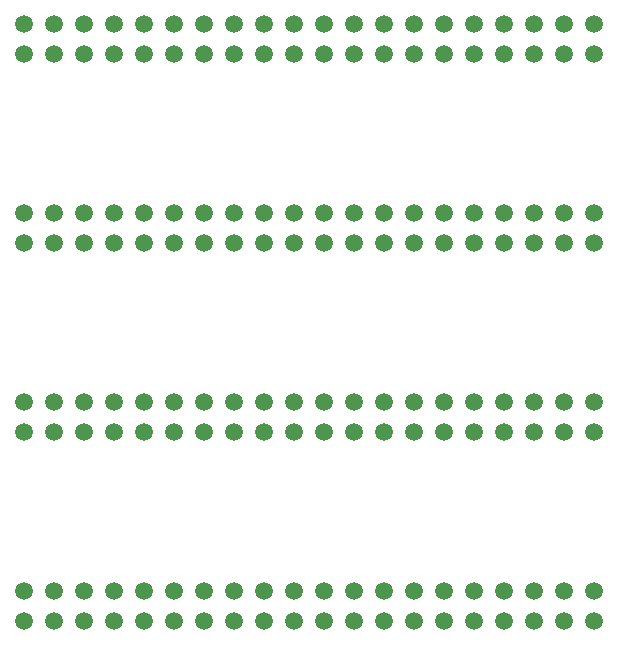
<source format=gbr>
%TF.GenerationSoftware,KiCad,Pcbnew,(5.1.5-0-10_14)*%
%TF.CreationDate,2020-01-28T13:49:23+01:00*%
%TF.ProjectId,multiblade_adapter,6d756c74-6962-46c6-9164-655f61646170,rev?*%
%TF.SameCoordinates,Original*%
%TF.FileFunction,Soldermask,Top*%
%TF.FilePolarity,Negative*%
%FSLAX46Y46*%
G04 Gerber Fmt 4.6, Leading zero omitted, Abs format (unit mm)*
G04 Created by KiCad (PCBNEW (5.1.5-0-10_14)) date 2020-01-28 13:49:23*
%MOMM*%
%LPD*%
G04 APERTURE LIST*
%ADD10C,1.500000*%
G04 APERTURE END LIST*
D10*
X109110000Y-107290000D03*
X109110000Y-104750000D03*
X106570000Y-107290000D03*
X106570000Y-104750000D03*
X104030000Y-107290000D03*
X104030000Y-104750000D03*
X101490000Y-107290000D03*
X101490000Y-104750000D03*
X98950000Y-107290000D03*
X98950000Y-104750000D03*
X96410000Y-107290000D03*
X96410000Y-104750000D03*
X93870000Y-107290000D03*
X93870000Y-104750000D03*
X91330000Y-107290000D03*
X91330000Y-104750000D03*
X88790000Y-107290000D03*
X88790000Y-104750000D03*
X86250000Y-107290000D03*
X86250000Y-104750000D03*
X83710000Y-107290000D03*
X83710000Y-104750000D03*
X81170000Y-107290000D03*
X81170000Y-104750000D03*
X78630000Y-107290000D03*
X78630000Y-104750000D03*
X76090000Y-107290000D03*
X76090000Y-104750000D03*
X73550000Y-107290000D03*
X73550000Y-104750000D03*
X71010000Y-107290000D03*
X71010000Y-104750000D03*
X68470000Y-107290000D03*
X68470000Y-104750000D03*
X65930000Y-107290000D03*
X65930000Y-104750000D03*
X63390000Y-107290000D03*
X63390000Y-104750000D03*
X60850000Y-107290000D03*
X60850000Y-104750000D03*
X109110000Y-123290000D03*
X109110000Y-120750000D03*
X106570000Y-123290000D03*
X106570000Y-120750000D03*
X104030000Y-123290000D03*
X104030000Y-120750000D03*
X101490000Y-123290000D03*
X101490000Y-120750000D03*
X98950000Y-123290000D03*
X98950000Y-120750000D03*
X96410000Y-123290000D03*
X96410000Y-120750000D03*
X93870000Y-123290000D03*
X93870000Y-120750000D03*
X91330000Y-123290000D03*
X91330000Y-120750000D03*
X88790000Y-123290000D03*
X88790000Y-120750000D03*
X86250000Y-123290000D03*
X86250000Y-120750000D03*
X83710000Y-123290000D03*
X83710000Y-120750000D03*
X81170000Y-123290000D03*
X81170000Y-120750000D03*
X78630000Y-123290000D03*
X78630000Y-120750000D03*
X76090000Y-123290000D03*
X76090000Y-120750000D03*
X73550000Y-123290000D03*
X73550000Y-120750000D03*
X71010000Y-123290000D03*
X71010000Y-120750000D03*
X68470000Y-123290000D03*
X68470000Y-120750000D03*
X65930000Y-123290000D03*
X65930000Y-120750000D03*
X63390000Y-123290000D03*
X63390000Y-120750000D03*
X60850000Y-123290000D03*
X60850000Y-120750000D03*
X109110000Y-139290000D03*
X109110000Y-136750000D03*
X106570000Y-139290000D03*
X106570000Y-136750000D03*
X104030000Y-139290000D03*
X104030000Y-136750000D03*
X101490000Y-139290000D03*
X101490000Y-136750000D03*
X98950000Y-139290000D03*
X98950000Y-136750000D03*
X96410000Y-139290000D03*
X96410000Y-136750000D03*
X93870000Y-139290000D03*
X93870000Y-136750000D03*
X91330000Y-139290000D03*
X91330000Y-136750000D03*
X88790000Y-139290000D03*
X88790000Y-136750000D03*
X86250000Y-139290000D03*
X86250000Y-136750000D03*
X83710000Y-139290000D03*
X83710000Y-136750000D03*
X81170000Y-139290000D03*
X81170000Y-136750000D03*
X78630000Y-139290000D03*
X78630000Y-136750000D03*
X76090000Y-139290000D03*
X76090000Y-136750000D03*
X73550000Y-139290000D03*
X73550000Y-136750000D03*
X71010000Y-139290000D03*
X71010000Y-136750000D03*
X68470000Y-139290000D03*
X68470000Y-136750000D03*
X65930000Y-139290000D03*
X65930000Y-136750000D03*
X63390000Y-139290000D03*
X63390000Y-136750000D03*
X60850000Y-139290000D03*
X60850000Y-136750000D03*
X109110000Y-155290000D03*
X109110000Y-152750000D03*
X106570000Y-155290000D03*
X106570000Y-152750000D03*
X104030000Y-155290000D03*
X104030000Y-152750000D03*
X101490000Y-155290000D03*
X101490000Y-152750000D03*
X98950000Y-155290000D03*
X98950000Y-152750000D03*
X96410000Y-155290000D03*
X96410000Y-152750000D03*
X93870000Y-155290000D03*
X93870000Y-152750000D03*
X91330000Y-155290000D03*
X91330000Y-152750000D03*
X88790000Y-155290000D03*
X88790000Y-152750000D03*
X86250000Y-155290000D03*
X86250000Y-152750000D03*
X83710000Y-155290000D03*
X83710000Y-152750000D03*
X81170000Y-155290000D03*
X81170000Y-152750000D03*
X78630000Y-155290000D03*
X78630000Y-152750000D03*
X76090000Y-155290000D03*
X76090000Y-152750000D03*
X73550000Y-155290000D03*
X73550000Y-152750000D03*
X71010000Y-155290000D03*
X71010000Y-152750000D03*
X68470000Y-155290000D03*
X68470000Y-152750000D03*
X65930000Y-155290000D03*
X65930000Y-152750000D03*
X63390000Y-155290000D03*
X63390000Y-152750000D03*
X60850000Y-155290000D03*
X60850000Y-152750000D03*
M02*

</source>
